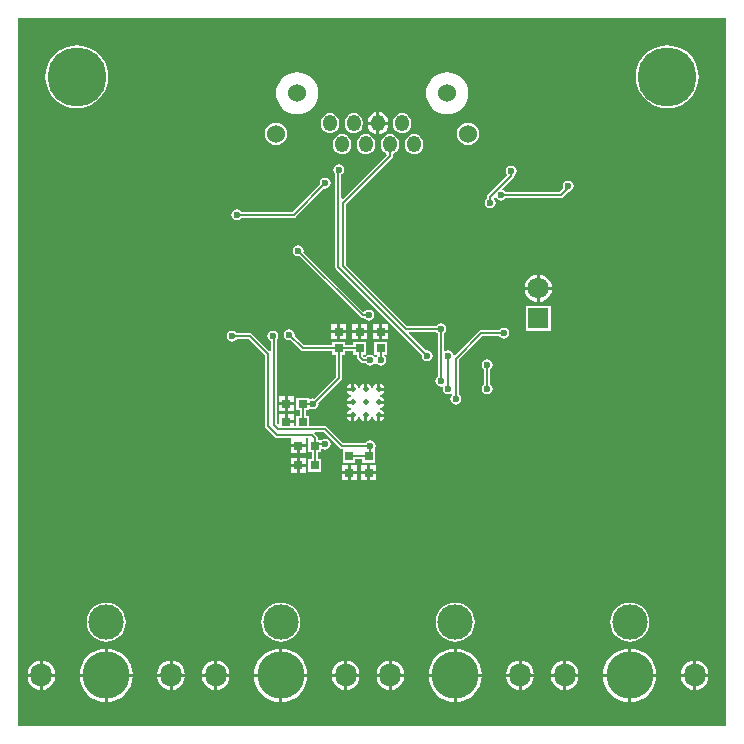
<source format=gbl>
%FSLAX24Y24*%
%MOIN*%
G70*
G01*
G75*
G04 Layer_Physical_Order=2*
G04 Layer_Color=16711680*
%ADD10C,0.0079*%
%ADD11R,0.0300X0.0300*%
%ADD12R,0.0300X0.0300*%
%ADD13R,0.0492X0.0768*%
%ADD14R,0.0276X0.0079*%
%ADD15R,0.1437X0.1437*%
%ADD16R,0.0079X0.0276*%
%ADD17R,0.0236X0.0394*%
%ADD18R,0.1378X0.0846*%
%ADD19R,0.0433X0.0846*%
%ADD20R,0.0433X0.0846*%
%ADD21R,0.0433X0.0236*%
%ADD22R,0.0500X0.0400*%
%ADD23O,0.0512X0.0138*%
%ADD24R,0.0400X0.0500*%
%ADD25R,0.0787X0.0472*%
%ADD26C,0.0118*%
%ADD27R,0.1400X0.0900*%
%ADD28R,0.1140X0.0550*%
%ADD29R,0.1400X0.1550*%
%ADD30C,0.1969*%
%ADD31C,0.1181*%
%ADD32C,0.1575*%
%ADD33O,0.0709X0.0787*%
%ADD34C,0.0600*%
%ADD35O,0.0472X0.0551*%
%ADD36R,0.0709X0.0709*%
%ADD37C,0.0709*%
%ADD38C,0.0236*%
%ADD39C,0.0197*%
G36*
X23622Y-0D02*
X-0D01*
Y23622D01*
X23622D01*
Y-0D01*
D02*
G37*
%LPC*%
G36*
X14533Y2587D02*
X14409Y2575D01*
X14242Y2524D01*
X14088Y2441D01*
X13953Y2331D01*
X13842Y2195D01*
X13760Y2041D01*
X13709Y1874D01*
X13697Y1750D01*
X14533D01*
Y2587D01*
D02*
G37*
G36*
X12468Y2191D02*
Y1750D01*
X12875D01*
X12861Y1858D01*
X12815Y1969D01*
X12742Y2063D01*
X12647Y2136D01*
X12537Y2182D01*
X12468Y2191D01*
D02*
G37*
G36*
X12368D02*
X12299Y2182D01*
X12189Y2136D01*
X12094Y2063D01*
X12021Y1969D01*
X11975Y1858D01*
X11961Y1750D01*
X12368D01*
Y2191D01*
D02*
G37*
G36*
X14633Y2587D02*
Y1750D01*
X15470D01*
X15458Y1874D01*
X15407Y2041D01*
X15325Y2195D01*
X15214Y2331D01*
X15079Y2441D01*
X14925Y2524D01*
X14757Y2575D01*
X14633Y2587D01*
D02*
G37*
G36*
X18185Y2191D02*
X18116Y2182D01*
X18006Y2136D01*
X17911Y2063D01*
X17838Y1969D01*
X17792Y1858D01*
X17778Y1750D01*
X18185D01*
Y2191D01*
D02*
G37*
G36*
X16799D02*
Y1750D01*
X17206D01*
X17191Y1858D01*
X17146Y1969D01*
X17073Y2063D01*
X16978Y2136D01*
X16867Y2182D01*
X16799Y2191D01*
D02*
G37*
G36*
X16699D02*
X16630Y2182D01*
X16520Y2136D01*
X16425Y2063D01*
X16352Y1969D01*
X16306Y1858D01*
X16292Y1750D01*
X16699D01*
Y2191D01*
D02*
G37*
G36*
X6651D02*
Y1750D01*
X7058D01*
X7044Y1858D01*
X6998Y1969D01*
X6925Y2063D01*
X6830Y2136D01*
X6720Y2182D01*
X6651Y2191D01*
D02*
G37*
G36*
X6551D02*
X6483Y2182D01*
X6372Y2136D01*
X6277Y2063D01*
X6204Y1969D01*
X6159Y1858D01*
X6144Y1750D01*
X6551D01*
Y2191D01*
D02*
G37*
G36*
X5165D02*
Y1750D01*
X5572D01*
X5558Y1858D01*
X5512Y1969D01*
X5439Y2063D01*
X5344Y2136D01*
X5234Y2182D01*
X5165Y2191D01*
D02*
G37*
G36*
X8717Y2587D02*
X8593Y2575D01*
X8425Y2524D01*
X8271Y2441D01*
X8136Y2331D01*
X8025Y2195D01*
X7943Y2041D01*
X7892Y1874D01*
X7880Y1750D01*
X8717D01*
Y2587D01*
D02*
G37*
G36*
X10982Y2191D02*
Y1750D01*
X11389D01*
X11375Y1858D01*
X11329Y1969D01*
X11256Y2063D01*
X11161Y2136D01*
X11051Y2182D01*
X10982Y2191D01*
D02*
G37*
G36*
X10882D02*
X10813Y2182D01*
X10703Y2136D01*
X10608Y2063D01*
X10535Y1969D01*
X10489Y1858D01*
X10475Y1750D01*
X10882D01*
Y2191D01*
D02*
G37*
G36*
X8817Y2587D02*
Y1750D01*
X9653D01*
X9641Y1874D01*
X9590Y2041D01*
X9508Y2195D01*
X9397Y2331D01*
X9262Y2441D01*
X9108Y2524D01*
X8941Y2575D01*
X8817Y2587D01*
D02*
G37*
G36*
X11000Y8400D02*
X10800D01*
Y8200D01*
X11000D01*
Y8400D01*
D02*
G37*
G36*
X20400Y4124D02*
X20273Y4112D01*
X20150Y4075D01*
X20037Y4014D01*
X19938Y3933D01*
X19857Y3834D01*
X19797Y3721D01*
X19760Y3599D01*
X19747Y3472D01*
X19760Y3344D01*
X19797Y3222D01*
X19857Y3109D01*
X19938Y3010D01*
X20037Y2929D01*
X20150Y2869D01*
X20273Y2831D01*
X20400Y2819D01*
X20527Y2831D01*
X20650Y2869D01*
X20763Y2929D01*
X20862Y3010D01*
X20943Y3109D01*
X21003Y3222D01*
X21040Y3344D01*
X21053Y3472D01*
X21040Y3599D01*
X21003Y3721D01*
X20943Y3834D01*
X20862Y3933D01*
X20763Y4014D01*
X20650Y4075D01*
X20527Y4112D01*
X20400Y4124D01*
D02*
G37*
G36*
X14583D02*
X14456Y4112D01*
X14334Y4075D01*
X14221Y4014D01*
X14122Y3933D01*
X14041Y3834D01*
X13980Y3721D01*
X13943Y3599D01*
X13931Y3472D01*
X13943Y3344D01*
X13980Y3222D01*
X14041Y3109D01*
X14122Y3010D01*
X14221Y2929D01*
X14334Y2869D01*
X14456Y2831D01*
X14583Y2819D01*
X14711Y2831D01*
X14833Y2869D01*
X14946Y2929D01*
X15045Y3010D01*
X15126Y3109D01*
X15186Y3222D01*
X15224Y3344D01*
X15236Y3472D01*
X15224Y3599D01*
X15186Y3721D01*
X15126Y3834D01*
X15045Y3933D01*
X14946Y4014D01*
X14833Y4075D01*
X14711Y4112D01*
X14583Y4124D01*
D02*
G37*
G36*
X11300Y8400D02*
X11100D01*
Y8200D01*
X11300D01*
Y8400D01*
D02*
G37*
G36*
X9300Y8650D02*
X9100D01*
Y8450D01*
X9300D01*
Y8650D01*
D02*
G37*
G36*
X11950Y8400D02*
X11750D01*
Y8200D01*
X11950D01*
Y8400D01*
D02*
G37*
G36*
X11650D02*
X11450D01*
Y8200D01*
X11650D01*
Y8400D01*
D02*
G37*
G36*
X20450Y2587D02*
Y1750D01*
X21287D01*
X21275Y1874D01*
X21224Y2041D01*
X21141Y2195D01*
X21031Y2331D01*
X20895Y2441D01*
X20741Y2524D01*
X20574Y2575D01*
X20450Y2587D01*
D02*
G37*
G36*
X20350D02*
X20226Y2575D01*
X20059Y2524D01*
X19905Y2441D01*
X19769Y2331D01*
X19659Y2195D01*
X19576Y2041D01*
X19525Y1874D01*
X19513Y1750D01*
X20350D01*
Y2587D01*
D02*
G37*
G36*
X18285Y2191D02*
Y1750D01*
X18691D01*
X18677Y1858D01*
X18632Y1969D01*
X18559Y2063D01*
X18464Y2136D01*
X18353Y2182D01*
X18285Y2191D01*
D02*
G37*
G36*
X22515D02*
X22447Y2182D01*
X22336Y2136D01*
X22241Y2063D01*
X22169Y1969D01*
X22123Y1858D01*
X22109Y1750D01*
X22515D01*
Y2191D01*
D02*
G37*
G36*
X8767Y4124D02*
X8639Y4112D01*
X8517Y4075D01*
X8404Y4014D01*
X8305Y3933D01*
X8224Y3834D01*
X8164Y3721D01*
X8126Y3599D01*
X8114Y3472D01*
X8126Y3344D01*
X8164Y3222D01*
X8224Y3109D01*
X8305Y3010D01*
X8404Y2929D01*
X8517Y2869D01*
X8639Y2831D01*
X8767Y2819D01*
X8894Y2831D01*
X9016Y2869D01*
X9129Y2929D01*
X9228Y3010D01*
X9309Y3109D01*
X9370Y3222D01*
X9407Y3344D01*
X9419Y3472D01*
X9407Y3599D01*
X9370Y3721D01*
X9309Y3834D01*
X9228Y3933D01*
X9129Y4014D01*
X9016Y4075D01*
X8894Y4112D01*
X8767Y4124D01*
D02*
G37*
G36*
X2950D02*
X2823Y4112D01*
X2700Y4075D01*
X2587Y4014D01*
X2488Y3933D01*
X2407Y3834D01*
X2347Y3721D01*
X2310Y3599D01*
X2297Y3472D01*
X2310Y3344D01*
X2347Y3222D01*
X2407Y3109D01*
X2488Y3010D01*
X2587Y2929D01*
X2700Y2869D01*
X2823Y2831D01*
X2950Y2819D01*
X3077Y2831D01*
X3200Y2869D01*
X3313Y2929D01*
X3412Y3010D01*
X3493Y3109D01*
X3553Y3222D01*
X3590Y3344D01*
X3603Y3472D01*
X3590Y3599D01*
X3553Y3721D01*
X3493Y3834D01*
X3412Y3933D01*
X3313Y4014D01*
X3200Y4075D01*
X3077Y4112D01*
X2950Y4124D01*
D02*
G37*
G36*
X22615Y2191D02*
Y1750D01*
X23022D01*
X23008Y1858D01*
X22962Y1969D01*
X22889Y2063D01*
X22794Y2136D01*
X22684Y2182D01*
X22615Y2191D01*
D02*
G37*
G36*
X5065D02*
X4997Y2182D01*
X4886Y2136D01*
X4791Y2063D01*
X4719Y1969D01*
X4673Y1858D01*
X4658Y1750D01*
X5065D01*
Y2191D01*
D02*
G37*
G36*
X1242Y1650D02*
X835D01*
Y1209D01*
X903Y1218D01*
X1014Y1264D01*
X1109Y1337D01*
X1182Y1432D01*
X1227Y1542D01*
X1242Y1650D01*
D02*
G37*
G36*
X735D02*
X328D01*
X342Y1542D01*
X388Y1432D01*
X461Y1337D01*
X556Y1264D01*
X666Y1218D01*
X735Y1209D01*
Y1650D01*
D02*
G37*
G36*
X21287D02*
X20450D01*
Y813D01*
X20574Y825D01*
X20741Y876D01*
X20895Y959D01*
X21031Y1069D01*
X21141Y1205D01*
X21224Y1359D01*
X21275Y1526D01*
X21287Y1650D01*
D02*
G37*
G36*
X5065D02*
X4658D01*
X4673Y1542D01*
X4719Y1432D01*
X4791Y1337D01*
X4886Y1264D01*
X4997Y1218D01*
X5065Y1209D01*
Y1650D01*
D02*
G37*
G36*
X7058D02*
X6651D01*
Y1209D01*
X6720Y1218D01*
X6830Y1264D01*
X6925Y1337D01*
X6998Y1432D01*
X7044Y1542D01*
X7058Y1650D01*
D02*
G37*
G36*
X6551D02*
X6144D01*
X6159Y1542D01*
X6204Y1432D01*
X6277Y1337D01*
X6372Y1264D01*
X6483Y1218D01*
X6551Y1209D01*
Y1650D01*
D02*
G37*
G36*
X5572D02*
X5165D01*
Y1209D01*
X5234Y1218D01*
X5344Y1264D01*
X5439Y1337D01*
X5512Y1432D01*
X5558Y1542D01*
X5572Y1650D01*
D02*
G37*
G36*
X8717D02*
X7880D01*
X7892Y1526D01*
X7943Y1359D01*
X8025Y1205D01*
X8136Y1069D01*
X8271Y959D01*
X8425Y876D01*
X8593Y825D01*
X8717Y813D01*
Y1650D01*
D02*
G37*
G36*
X3837D02*
X3000D01*
Y813D01*
X3124Y825D01*
X3291Y876D01*
X3445Y959D01*
X3581Y1069D01*
X3691Y1205D01*
X3774Y1359D01*
X3825Y1526D01*
X3837Y1650D01*
D02*
G37*
G36*
X2900D02*
X2063D01*
X2075Y1526D01*
X2126Y1359D01*
X2209Y1205D01*
X2319Y1069D01*
X2455Y959D01*
X2609Y876D01*
X2776Y825D01*
X2900Y813D01*
Y1650D01*
D02*
G37*
G36*
X9653D02*
X8817D01*
Y813D01*
X8941Y825D01*
X9108Y876D01*
X9262Y959D01*
X9397Y1069D01*
X9508Y1205D01*
X9590Y1359D01*
X9641Y1526D01*
X9653Y1650D01*
D02*
G37*
G36*
X20350D02*
X19513D01*
X19525Y1526D01*
X19576Y1359D01*
X19659Y1205D01*
X19769Y1069D01*
X19905Y959D01*
X20059Y876D01*
X20226Y825D01*
X20350Y813D01*
Y1650D01*
D02*
G37*
G36*
X15470D02*
X14633D01*
Y813D01*
X14757Y825D01*
X14925Y876D01*
X15079Y959D01*
X15214Y1069D01*
X15325Y1205D01*
X15407Y1359D01*
X15458Y1526D01*
X15470Y1650D01*
D02*
G37*
G36*
X14533D02*
X13697D01*
X13709Y1526D01*
X13760Y1359D01*
X13842Y1205D01*
X13953Y1069D01*
X14088Y959D01*
X14242Y876D01*
X14409Y825D01*
X14533Y813D01*
Y1650D01*
D02*
G37*
G36*
X23022D02*
X22615D01*
Y1209D01*
X22684Y1218D01*
X22794Y1264D01*
X22889Y1337D01*
X22962Y1432D01*
X23008Y1542D01*
X23022Y1650D01*
D02*
G37*
G36*
X22515D02*
X22109D01*
X22123Y1542D01*
X22169Y1432D01*
X22241Y1337D01*
X22336Y1264D01*
X22447Y1218D01*
X22515Y1209D01*
Y1650D01*
D02*
G37*
G36*
X18691D02*
X18285D01*
Y1209D01*
X18353Y1218D01*
X18464Y1264D01*
X18559Y1337D01*
X18632Y1432D01*
X18677Y1542D01*
X18691Y1650D01*
D02*
G37*
G36*
X735Y2191D02*
X666Y2182D01*
X556Y2136D01*
X461Y2063D01*
X388Y1969D01*
X342Y1858D01*
X328Y1750D01*
X735D01*
Y2191D01*
D02*
G37*
G36*
X3000Y2587D02*
Y1750D01*
X3837D01*
X3825Y1874D01*
X3774Y2041D01*
X3691Y2195D01*
X3581Y2331D01*
X3445Y2441D01*
X3291Y2524D01*
X3124Y2575D01*
X3000Y2587D01*
D02*
G37*
G36*
X2900D02*
X2776Y2575D01*
X2609Y2524D01*
X2455Y2441D01*
X2319Y2331D01*
X2209Y2195D01*
X2126Y2041D01*
X2075Y1874D01*
X2063Y1750D01*
X2900D01*
Y2587D01*
D02*
G37*
G36*
X835Y2191D02*
Y1750D01*
X1242D01*
X1227Y1858D01*
X1182Y1969D01*
X1109Y2063D01*
X1014Y2136D01*
X903Y2182D01*
X835Y2191D01*
D02*
G37*
G36*
X12368Y1650D02*
X11961D01*
X11975Y1542D01*
X12021Y1432D01*
X12094Y1337D01*
X12189Y1264D01*
X12299Y1218D01*
X12368Y1209D01*
Y1650D01*
D02*
G37*
G36*
X11389D02*
X10982D01*
Y1209D01*
X11051Y1218D01*
X11161Y1264D01*
X11256Y1337D01*
X11329Y1432D01*
X11375Y1542D01*
X11389Y1650D01*
D02*
G37*
G36*
X10882D02*
X10475D01*
X10489Y1542D01*
X10535Y1432D01*
X10608Y1337D01*
X10703Y1264D01*
X10813Y1218D01*
X10882Y1209D01*
Y1650D01*
D02*
G37*
G36*
X12875D02*
X12468D01*
Y1209D01*
X12537Y1218D01*
X12647Y1264D01*
X12742Y1337D01*
X12815Y1432D01*
X12861Y1542D01*
X12875Y1650D01*
D02*
G37*
G36*
X18185D02*
X17778D01*
X17792Y1542D01*
X17838Y1432D01*
X17911Y1337D01*
X18006Y1264D01*
X18116Y1218D01*
X18185Y1209D01*
Y1650D01*
D02*
G37*
G36*
X17206D02*
X16799D01*
Y1209D01*
X16867Y1218D01*
X16978Y1264D01*
X17073Y1337D01*
X17146Y1432D01*
X17191Y1542D01*
X17206Y1650D01*
D02*
G37*
G36*
X16699D02*
X16292D01*
X16306Y1542D01*
X16352Y1432D01*
X16425Y1337D01*
X16520Y1264D01*
X16630Y1218D01*
X16699Y1209D01*
Y1650D01*
D02*
G37*
G36*
X17400Y15052D02*
Y14650D01*
X17802D01*
X17793Y14719D01*
X17747Y14829D01*
X17674Y14924D01*
X17579Y14997D01*
X17469Y15043D01*
X17400Y15052D01*
D02*
G37*
G36*
X17300D02*
X17231Y15043D01*
X17121Y14997D01*
X17026Y14924D01*
X16953Y14829D01*
X16907Y14719D01*
X16898Y14650D01*
X17300D01*
Y15052D01*
D02*
G37*
G36*
X17802Y14550D02*
X17400D01*
Y14148D01*
X17469Y14157D01*
X17579Y14203D01*
X17674Y14276D01*
X17747Y14371D01*
X17793Y14481D01*
X17802Y14550D01*
D02*
G37*
G36*
X16450Y18681D02*
X16381Y18667D01*
X16322Y18628D01*
X16283Y18569D01*
X16269Y18500D01*
X16283Y18431D01*
X16322Y18372D01*
X16322Y18371D01*
X15679Y17727D01*
X15657Y17695D01*
X15650Y17656D01*
Y17596D01*
X15622Y17578D01*
X15583Y17519D01*
X15569Y17450D01*
X15583Y17381D01*
X15622Y17322D01*
X15681Y17283D01*
X15750Y17269D01*
X15819Y17283D01*
X15878Y17322D01*
X15917Y17381D01*
X15931Y17450D01*
X15917Y17519D01*
X15878Y17578D01*
X15872Y17582D01*
X15869Y17610D01*
X15908Y17642D01*
X15932Y17634D01*
X15933Y17631D01*
X15972Y17572D01*
X16031Y17533D01*
X16100Y17519D01*
X16169Y17533D01*
X16228Y17572D01*
X16246Y17600D01*
X18100D01*
X18138Y17607D01*
X18171Y17629D01*
X18364Y17822D01*
X18419Y17833D01*
X18478Y17872D01*
X18517Y17931D01*
X18531Y18000D01*
X18517Y18069D01*
X18478Y18128D01*
X18419Y18167D01*
X18350Y18181D01*
X18281Y18167D01*
X18222Y18128D01*
X18183Y18069D01*
X18169Y18000D01*
X18183Y17931D01*
X18185Y17927D01*
X18058Y17800D01*
X16246D01*
X16228Y17828D01*
X16169Y17867D01*
X16166Y17868D01*
X16151Y17915D01*
X16521Y18285D01*
X16536Y18307D01*
X16543Y18318D01*
X16550Y18354D01*
X16578Y18372D01*
X16617Y18431D01*
X16631Y18500D01*
X16617Y18569D01*
X16578Y18628D01*
X16519Y18667D01*
X16450Y18681D01*
D02*
G37*
G36*
X10811Y19737D02*
X10734Y19727D01*
X10662Y19697D01*
X10600Y19650D01*
X10553Y19588D01*
X10523Y19516D01*
X10513Y19439D01*
Y19361D01*
X10523Y19284D01*
X10553Y19212D01*
X10600Y19150D01*
X10662Y19103D01*
X10734Y19073D01*
X10811Y19063D01*
X10888Y19073D01*
X10960Y19103D01*
X11022Y19150D01*
X11069Y19212D01*
X11099Y19284D01*
X11109Y19361D01*
Y19439D01*
X11099Y19516D01*
X11069Y19588D01*
X11022Y19650D01*
X10960Y19697D01*
X10888Y19727D01*
X10811Y19737D01*
D02*
G37*
G36*
X10250Y18281D02*
X10181Y18267D01*
X10122Y18228D01*
X10083Y18169D01*
X10069Y18100D01*
X10076Y18068D01*
X9158Y17150D01*
X7446D01*
X7428Y17178D01*
X7369Y17217D01*
X7300Y17231D01*
X7231Y17217D01*
X7172Y17178D01*
X7133Y17119D01*
X7119Y17050D01*
X7133Y16981D01*
X7172Y16922D01*
X7231Y16883D01*
X7300Y16869D01*
X7369Y16883D01*
X7428Y16922D01*
X7446Y16950D01*
X9200D01*
X9238Y16957D01*
X9271Y16979D01*
X10218Y17926D01*
X10250Y17919D01*
X10319Y17933D01*
X10378Y17972D01*
X10417Y18031D01*
X10431Y18100D01*
X10417Y18169D01*
X10378Y18228D01*
X10319Y18267D01*
X10250Y18281D01*
D02*
G37*
G36*
X12409Y19737D02*
X12332Y19727D01*
X12261Y19697D01*
X12199Y19650D01*
X12152Y19588D01*
X12122Y19516D01*
X12112Y19439D01*
Y19361D01*
X12122Y19284D01*
X12152Y19212D01*
X12199Y19150D01*
X12261Y19103D01*
X12290Y19091D01*
X12300Y19042D01*
X10839Y17581D01*
X10792Y17600D01*
Y18399D01*
X10828Y18422D01*
X10867Y18481D01*
X10881Y18550D01*
X10867Y18619D01*
X10828Y18678D01*
X10769Y18717D01*
X10700Y18731D01*
X10631Y18717D01*
X10572Y18678D01*
X10533Y18619D01*
X10519Y18550D01*
X10533Y18481D01*
X10572Y18422D01*
X10592Y18409D01*
Y15308D01*
X10592Y15308D01*
X10592D01*
X10599Y15269D01*
X10621Y15237D01*
X13476Y12382D01*
X13469Y12350D01*
X13483Y12281D01*
X13522Y12222D01*
X13581Y12183D01*
X13650Y12169D01*
X13719Y12183D01*
X13778Y12222D01*
X13817Y12281D01*
X13831Y12350D01*
X13817Y12419D01*
X13778Y12478D01*
X13719Y12517D01*
X13650Y12531D01*
X13618Y12524D01*
X13038Y13103D01*
X13058Y13150D01*
X13954D01*
X13972Y13122D01*
X14000Y13104D01*
Y11646D01*
X13972Y11628D01*
X13933Y11569D01*
X13919Y11500D01*
X13933Y11431D01*
X13972Y11372D01*
X14031Y11333D01*
X14100Y11319D01*
X14142Y11328D01*
X14178Y11292D01*
X14169Y11250D01*
X14183Y11181D01*
X14222Y11122D01*
X14281Y11083D01*
X14350Y11069D01*
X14419Y11083D01*
X14456Y11107D01*
X14488Y11090D01*
X14491Y11040D01*
X14472Y11028D01*
X14433Y10969D01*
X14419Y10900D01*
X14433Y10831D01*
X14472Y10772D01*
X14531Y10733D01*
X14600Y10719D01*
X14669Y10733D01*
X14728Y10772D01*
X14767Y10831D01*
X14781Y10900D01*
X14767Y10969D01*
X14728Y11028D01*
X14700Y11046D01*
Y12208D01*
X15492Y13000D01*
X16054D01*
X16072Y12972D01*
X16131Y12933D01*
X16200Y12919D01*
X16269Y12933D01*
X16328Y12972D01*
X16367Y13031D01*
X16381Y13100D01*
X16367Y13169D01*
X16328Y13228D01*
X16269Y13267D01*
X16200Y13281D01*
X16131Y13267D01*
X16072Y13228D01*
X16054Y13200D01*
X15450D01*
X15412Y13193D01*
X15379Y13171D01*
X14573Y12365D01*
X14525Y12379D01*
X14517Y12419D01*
X14478Y12478D01*
X14419Y12517D01*
X14350Y12531D01*
X14281Y12517D01*
X14244Y12493D01*
X14200Y12516D01*
Y13104D01*
X14228Y13122D01*
X14267Y13181D01*
X14281Y13250D01*
X14267Y13319D01*
X14228Y13378D01*
X14169Y13417D01*
X14100Y13431D01*
X14031Y13417D01*
X13972Y13378D01*
X13954Y13350D01*
X12992D01*
X10950Y15392D01*
Y17408D01*
X12480Y18938D01*
X12502Y18971D01*
X12510Y19009D01*
X12510Y19009D01*
X12510Y19009D01*
Y19009D01*
Y19083D01*
X12558Y19103D01*
X12620Y19150D01*
X12667Y19212D01*
X12697Y19284D01*
X12707Y19361D01*
Y19439D01*
X12697Y19516D01*
X12667Y19588D01*
X12620Y19650D01*
X12558Y19697D01*
X12487Y19727D01*
X12409Y19737D01*
D02*
G37*
G36*
X11650Y13400D02*
X11450D01*
Y13200D01*
X11650D01*
Y13400D01*
D02*
G37*
G36*
X11350D02*
X11150D01*
Y13200D01*
X11350D01*
Y13400D01*
D02*
G37*
G36*
X10950D02*
X10750D01*
Y13200D01*
X10950D01*
Y13400D01*
D02*
G37*
G36*
X12050D02*
X11850D01*
Y13200D01*
X12050D01*
Y13400D01*
D02*
G37*
G36*
X17300Y14550D02*
X16898D01*
X16907Y14481D01*
X16953Y14371D01*
X17026Y14276D01*
X17121Y14203D01*
X17231Y14157D01*
X17300Y14148D01*
Y14550D01*
D02*
G37*
G36*
X9350Y16031D02*
X9281Y16017D01*
X9222Y15978D01*
X9183Y15919D01*
X9169Y15850D01*
X9183Y15781D01*
X9222Y15722D01*
X9281Y15683D01*
X9350Y15669D01*
X9382Y15676D01*
X11429Y13629D01*
X11462Y13607D01*
X11468Y13606D01*
X11500Y13600D01*
X11554D01*
X11572Y13572D01*
X11631Y13533D01*
X11700Y13519D01*
X11769Y13533D01*
X11828Y13572D01*
X11867Y13631D01*
X11881Y13700D01*
X11867Y13769D01*
X11828Y13828D01*
X11769Y13867D01*
X11700Y13881D01*
X11631Y13867D01*
X11572Y13828D01*
X11571Y13826D01*
X11521Y13821D01*
X9524Y15818D01*
X9531Y15850D01*
X9517Y15919D01*
X9478Y15978D01*
X9419Y16017D01*
X9350Y16031D01*
D02*
G37*
G36*
X12350Y13400D02*
X12150D01*
Y13200D01*
X12350D01*
Y13400D01*
D02*
G37*
G36*
X11606Y19737D02*
X11529Y19727D01*
X11457Y19697D01*
X11396Y19650D01*
X11348Y19588D01*
X11319Y19516D01*
X11308Y19439D01*
Y19361D01*
X11319Y19284D01*
X11348Y19212D01*
X11396Y19150D01*
X11457Y19103D01*
X11529Y19073D01*
X11606Y19063D01*
X11683Y19073D01*
X11755Y19103D01*
X11817Y19150D01*
X11864Y19212D01*
X11894Y19284D01*
X11904Y19361D01*
Y19439D01*
X11894Y19516D01*
X11864Y19588D01*
X11817Y19650D01*
X11755Y19697D01*
X11683Y19727D01*
X11606Y19737D01*
D02*
G37*
G36*
X12058Y20472D02*
Y20150D01*
X12346D01*
X12335Y20227D01*
X12302Y20309D01*
X12248Y20379D01*
X12177Y20433D01*
X12096Y20467D01*
X12058Y20472D01*
D02*
G37*
G36*
X11958D02*
X11920Y20467D01*
X11838Y20433D01*
X11768Y20379D01*
X11714Y20309D01*
X11680Y20227D01*
X11670Y20150D01*
X11958D01*
Y20472D01*
D02*
G37*
G36*
X12811Y20438D02*
X12734Y20428D01*
X12662Y20398D01*
X12600Y20351D01*
X12553Y20289D01*
X12523Y20217D01*
X12513Y20140D01*
Y20061D01*
X12523Y19984D01*
X12553Y19913D01*
X12600Y19851D01*
X12662Y19804D01*
X12734Y19774D01*
X12811Y19764D01*
X12888Y19774D01*
X12960Y19804D01*
X13022Y19851D01*
X13069Y19913D01*
X13099Y19984D01*
X13109Y20061D01*
Y20140D01*
X13099Y20217D01*
X13069Y20289D01*
X13022Y20351D01*
X12960Y20398D01*
X12888Y20428D01*
X12811Y20438D01*
D02*
G37*
G36*
X9311Y21803D02*
X9174Y21789D01*
X9042Y21750D01*
X8921Y21685D01*
X8814Y21597D01*
X8727Y21491D01*
X8662Y21370D01*
X8622Y21238D01*
X8609Y21101D01*
X8622Y20964D01*
X8662Y20832D01*
X8727Y20711D01*
X8814Y20604D01*
X8921Y20517D01*
X9042Y20452D01*
X9174Y20412D01*
X9311Y20399D01*
X9448Y20412D01*
X9580Y20452D01*
X9701Y20517D01*
X9808Y20604D01*
X9895Y20711D01*
X9960Y20832D01*
X10000Y20964D01*
X10013Y21101D01*
X10000Y21238D01*
X9960Y21370D01*
X9895Y21491D01*
X9808Y21597D01*
X9701Y21685D01*
X9580Y21750D01*
X9448Y21789D01*
X9311Y21803D01*
D02*
G37*
G36*
X21654Y22700D02*
X21490Y22687D01*
X21330Y22649D01*
X21178Y22586D01*
X21038Y22500D01*
X20914Y22394D01*
X20807Y22269D01*
X20721Y22129D01*
X20658Y21977D01*
X20620Y21817D01*
X20607Y21654D01*
X20620Y21490D01*
X20658Y21330D01*
X20721Y21178D01*
X20807Y21038D01*
X20914Y20914D01*
X21038Y20807D01*
X21178Y20721D01*
X21330Y20658D01*
X21490Y20620D01*
X21654Y20607D01*
X21817Y20620D01*
X21977Y20658D01*
X22129Y20721D01*
X22269Y20807D01*
X22394Y20914D01*
X22500Y21038D01*
X22586Y21178D01*
X22649Y21330D01*
X22687Y21490D01*
X22700Y21654D01*
X22687Y21817D01*
X22649Y21977D01*
X22586Y22129D01*
X22500Y22269D01*
X22394Y22394D01*
X22269Y22500D01*
X22129Y22586D01*
X21977Y22649D01*
X21817Y22687D01*
X21654Y22700D01*
D02*
G37*
G36*
X1969D02*
X1805Y22687D01*
X1645Y22649D01*
X1493Y22586D01*
X1353Y22500D01*
X1228Y22394D01*
X1122Y22269D01*
X1036Y22129D01*
X973Y21977D01*
X935Y21817D01*
X922Y21654D01*
X935Y21490D01*
X973Y21330D01*
X1036Y21178D01*
X1122Y21038D01*
X1228Y20914D01*
X1353Y20807D01*
X1493Y20721D01*
X1645Y20658D01*
X1805Y20620D01*
X1969Y20607D01*
X2132Y20620D01*
X2292Y20658D01*
X2444Y20721D01*
X2584Y20807D01*
X2709Y20914D01*
X2815Y21038D01*
X2901Y21178D01*
X2964Y21330D01*
X3002Y21490D01*
X3015Y21654D01*
X3002Y21817D01*
X2964Y21977D01*
X2901Y22129D01*
X2815Y22269D01*
X2709Y22394D01*
X2584Y22500D01*
X2444Y22586D01*
X2292Y22649D01*
X2132Y22687D01*
X1969Y22700D01*
D02*
G37*
G36*
X14311Y21803D02*
X14174Y21789D01*
X14042Y21750D01*
X13921Y21685D01*
X13814Y21597D01*
X13727Y21491D01*
X13662Y21370D01*
X13622Y21238D01*
X13609Y21101D01*
X13622Y20964D01*
X13662Y20832D01*
X13727Y20711D01*
X13814Y20604D01*
X13921Y20517D01*
X14042Y20452D01*
X14174Y20412D01*
X14311Y20399D01*
X14448Y20412D01*
X14580Y20452D01*
X14701Y20517D01*
X14808Y20604D01*
X14895Y20711D01*
X14960Y20832D01*
X15000Y20964D01*
X15013Y21101D01*
X15000Y21238D01*
X14960Y21370D01*
X14895Y21491D01*
X14808Y21597D01*
X14701Y21685D01*
X14580Y21750D01*
X14448Y21789D01*
X14311Y21803D01*
D02*
G37*
G36*
X15012Y20122D02*
X14916Y20109D01*
X14826Y20072D01*
X14749Y20013D01*
X14690Y19936D01*
X14653Y19846D01*
X14641Y19750D01*
X14653Y19654D01*
X14690Y19565D01*
X14749Y19488D01*
X14826Y19429D01*
X14916Y19392D01*
X15012Y19379D01*
X15108Y19392D01*
X15197Y19429D01*
X15274Y19488D01*
X15333Y19565D01*
X15370Y19654D01*
X15383Y19750D01*
X15370Y19846D01*
X15333Y19936D01*
X15274Y20013D01*
X15197Y20072D01*
X15108Y20109D01*
X15012Y20122D01*
D02*
G37*
G36*
X8610D02*
X8514Y20109D01*
X8425Y20072D01*
X8348Y20013D01*
X8289Y19936D01*
X8252Y19846D01*
X8239Y19750D01*
X8252Y19654D01*
X8289Y19565D01*
X8348Y19488D01*
X8425Y19429D01*
X8514Y19392D01*
X8610Y19379D01*
X8706Y19392D01*
X8796Y19429D01*
X8873Y19488D01*
X8932Y19565D01*
X8969Y19654D01*
X8982Y19750D01*
X8969Y19846D01*
X8932Y19936D01*
X8873Y20013D01*
X8796Y20072D01*
X8706Y20109D01*
X8610Y20122D01*
D02*
G37*
G36*
X13213Y19737D02*
X13136Y19727D01*
X13064Y19697D01*
X13002Y19650D01*
X12955Y19588D01*
X12925Y19516D01*
X12915Y19439D01*
Y19361D01*
X12925Y19284D01*
X12955Y19212D01*
X13002Y19150D01*
X13064Y19103D01*
X13136Y19073D01*
X13213Y19063D01*
X13290Y19073D01*
X13362Y19103D01*
X13423Y19150D01*
X13471Y19212D01*
X13500Y19284D01*
X13510Y19361D01*
Y19439D01*
X13500Y19516D01*
X13471Y19588D01*
X13423Y19650D01*
X13362Y19697D01*
X13290Y19727D01*
X13213Y19737D01*
D02*
G37*
G36*
X11958Y20050D02*
X11670D01*
X11680Y19973D01*
X11714Y19891D01*
X11768Y19821D01*
X11838Y19767D01*
X11920Y19733D01*
X11958Y19728D01*
Y20050D01*
D02*
G37*
G36*
X11205Y20438D02*
X11128Y20428D01*
X11056Y20398D01*
X10994Y20351D01*
X10947Y20289D01*
X10917Y20217D01*
X10907Y20140D01*
Y20061D01*
X10917Y19984D01*
X10947Y19913D01*
X10994Y19851D01*
X11056Y19804D01*
X11128Y19774D01*
X11205Y19764D01*
X11282Y19774D01*
X11354Y19804D01*
X11415Y19851D01*
X11463Y19913D01*
X11492Y19984D01*
X11503Y20061D01*
Y20140D01*
X11492Y20217D01*
X11463Y20289D01*
X11415Y20351D01*
X11354Y20398D01*
X11282Y20428D01*
X11205Y20438D01*
D02*
G37*
G36*
X10409Y20437D02*
X10332Y20427D01*
X10261Y20397D01*
X10199Y20350D01*
X10152Y20288D01*
X10122Y20216D01*
X10112Y20139D01*
Y20061D01*
X10122Y19984D01*
X10152Y19912D01*
X10199Y19850D01*
X10261Y19803D01*
X10332Y19773D01*
X10409Y19763D01*
X10487Y19773D01*
X10558Y19803D01*
X10620Y19850D01*
X10667Y19912D01*
X10697Y19984D01*
X10707Y20061D01*
Y20139D01*
X10697Y20216D01*
X10667Y20288D01*
X10620Y20350D01*
X10558Y20397D01*
X10487Y20427D01*
X10409Y20437D01*
D02*
G37*
G36*
X12346Y20050D02*
X12058D01*
Y19728D01*
X12096Y19733D01*
X12177Y19767D01*
X12248Y19821D01*
X12302Y19891D01*
X12335Y19973D01*
X12346Y20050D01*
D02*
G37*
G36*
X11117Y10317D02*
X10975D01*
X10980Y10290D01*
X11024Y10224D01*
X11090Y10180D01*
X11117Y10175D01*
Y10317D01*
D02*
G37*
G36*
X9600Y9300D02*
X9400D01*
Y9100D01*
X9600D01*
Y9300D01*
D02*
G37*
G36*
X9300D02*
X9100D01*
Y9100D01*
X9300D01*
Y9300D01*
D02*
G37*
G36*
X12225Y10317D02*
X12083D01*
Y10175D01*
X12110Y10180D01*
X12176Y10224D01*
X12220Y10290D01*
X12225Y10317D01*
D02*
G37*
G36*
X9200Y10700D02*
X9000D01*
Y10500D01*
X9200D01*
Y10700D01*
D02*
G37*
G36*
X8900D02*
X8700D01*
Y10500D01*
X8900D01*
Y10700D01*
D02*
G37*
G36*
X9200Y10400D02*
X9000D01*
Y10200D01*
X9200D01*
Y10400D01*
D02*
G37*
G36*
X11300Y8700D02*
X11100D01*
Y8500D01*
X11300D01*
Y8700D01*
D02*
G37*
G36*
X11000D02*
X10800D01*
Y8500D01*
X11000D01*
Y8700D01*
D02*
G37*
G36*
X9600Y8650D02*
X9400D01*
Y8450D01*
X9600D01*
Y8650D01*
D02*
G37*
G36*
X11650Y8700D02*
X11450D01*
Y8500D01*
X11650D01*
Y8700D01*
D02*
G37*
G36*
X9600Y8950D02*
X9400D01*
Y8750D01*
X9600D01*
Y8950D01*
D02*
G37*
G36*
X9300D02*
X9100D01*
Y8750D01*
X9300D01*
Y8950D01*
D02*
G37*
G36*
X11950Y8700D02*
X11750D01*
Y8500D01*
X11950D01*
Y8700D01*
D02*
G37*
G36*
X8900Y11000D02*
X8700D01*
Y10800D01*
X8900D01*
Y11000D01*
D02*
G37*
G36*
X11650Y13100D02*
X11450D01*
Y12900D01*
X11650D01*
Y13100D01*
D02*
G37*
G36*
X11350D02*
X11150D01*
Y12900D01*
X11350D01*
Y13100D01*
D02*
G37*
G36*
X10950D02*
X10750D01*
Y12900D01*
X10950D01*
Y13100D01*
D02*
G37*
G36*
X12050D02*
X11850D01*
Y12900D01*
X12050D01*
Y13100D01*
D02*
G37*
G36*
X10650Y13400D02*
X10450D01*
Y13200D01*
X10650D01*
Y13400D01*
D02*
G37*
G36*
X17763Y14013D02*
X16937D01*
Y13187D01*
X17763D01*
Y14013D01*
D02*
G37*
G36*
X12350Y13100D02*
X12150D01*
Y12900D01*
X12350D01*
Y13100D01*
D02*
G37*
G36*
X15650Y12231D02*
X15581Y12217D01*
X15522Y12178D01*
X15483Y12119D01*
X15469Y12050D01*
X15483Y11981D01*
X15522Y11922D01*
X15550Y11904D01*
Y11396D01*
X15522Y11378D01*
X15483Y11319D01*
X15469Y11250D01*
X15483Y11181D01*
X15522Y11122D01*
X15581Y11083D01*
X15650Y11069D01*
X15719Y11083D01*
X15778Y11122D01*
X15817Y11181D01*
X15831Y11250D01*
X15817Y11319D01*
X15778Y11378D01*
X15750Y11396D01*
Y11904D01*
X15778Y11922D01*
X15817Y11981D01*
X15831Y12050D01*
X15817Y12119D01*
X15778Y12178D01*
X15719Y12217D01*
X15650Y12231D01*
D02*
G37*
G36*
X9050Y13231D02*
X8981Y13217D01*
X8922Y13178D01*
X8883Y13119D01*
X8869Y13050D01*
X8883Y12981D01*
X8922Y12922D01*
X8981Y12883D01*
X9050Y12869D01*
X9082Y12876D01*
X9429Y12529D01*
X9462Y12507D01*
X9500Y12500D01*
X10491D01*
Y12391D01*
X10600D01*
Y11642D01*
X9882Y10924D01*
X9850Y10931D01*
X9781Y10917D01*
X9753Y10898D01*
X9709Y10922D01*
Y10959D01*
X9291D01*
Y10541D01*
X9400D01*
Y10359D01*
X9291D01*
Y10000D01*
X9200D01*
Y10100D01*
X8950D01*
Y10150D01*
X8900D01*
Y10400D01*
X8700D01*
Y10095D01*
X8680Y10087D01*
X8638Y10114D01*
Y12888D01*
X8667Y12931D01*
X8681Y13000D01*
X8667Y13069D01*
X8628Y13128D01*
X8569Y13167D01*
X8500Y13181D01*
X8431Y13167D01*
X8372Y13128D01*
X8333Y13069D01*
X8319Y13000D01*
X8333Y12931D01*
X8372Y12872D01*
X8431Y12833D01*
X8437Y12832D01*
Y12520D01*
X8391Y12501D01*
X7821Y13071D01*
X7788Y13093D01*
X7750Y13100D01*
X7296D01*
X7278Y13128D01*
X7219Y13167D01*
X7150Y13181D01*
X7081Y13167D01*
X7022Y13128D01*
X6983Y13069D01*
X6969Y13000D01*
X6983Y12931D01*
X7022Y12872D01*
X7081Y12833D01*
X7150Y12819D01*
X7219Y12833D01*
X7278Y12872D01*
X7296Y12900D01*
X7708D01*
X8250Y12358D01*
Y10000D01*
X8250Y10000D01*
X8250D01*
X8257Y9962D01*
X8279Y9929D01*
X8579Y9629D01*
X8612Y9607D01*
X8650Y9600D01*
X9100D01*
Y9400D01*
X9600D01*
Y9600D01*
X9691D01*
Y9559D01*
X9691D01*
Y9141D01*
X9800D01*
Y8909D01*
X9691D01*
Y8491D01*
X10109D01*
Y8909D01*
X10000D01*
Y9141D01*
X10109D01*
Y9228D01*
X10153Y9252D01*
X10181Y9233D01*
X10250Y9219D01*
X10319Y9233D01*
X10378Y9272D01*
X10417Y9331D01*
X10431Y9400D01*
X10417Y9469D01*
X10378Y9528D01*
X10319Y9567D01*
X10250Y9581D01*
X10181Y9567D01*
X10169Y9559D01*
X10109Y9559D01*
Y9559D01*
X10000D01*
Y9600D01*
X9993Y9638D01*
X9985Y9649D01*
X9971Y9671D01*
X9888Y9753D01*
X9908Y9800D01*
X10208D01*
X10729Y9279D01*
X10751Y9265D01*
X10762Y9257D01*
X10800Y9250D01*
X10841D01*
Y9209D01*
X10841D01*
Y8791D01*
X11259D01*
Y8900D01*
X11491D01*
Y8791D01*
X11909D01*
Y9209D01*
X11909D01*
X11909Y9269D01*
X11917Y9281D01*
X11931Y9350D01*
X11917Y9419D01*
X11878Y9478D01*
X11819Y9517D01*
X11750Y9531D01*
X11681Y9517D01*
X11622Y9478D01*
X11604Y9450D01*
X10842D01*
X10321Y9971D01*
X10288Y9993D01*
X10250Y10000D01*
X9709D01*
Y10359D01*
X9600D01*
Y10541D01*
X9709D01*
Y10578D01*
X9753Y10602D01*
X9781Y10583D01*
X9850Y10569D01*
X9919Y10583D01*
X9978Y10622D01*
X10017Y10681D01*
X10031Y10750D01*
X10024Y10782D01*
X10771Y11529D01*
X10793Y11562D01*
X10800Y11600D01*
Y12391D01*
X10909D01*
Y12500D01*
X11191D01*
Y12391D01*
X11300D01*
Y12300D01*
X11300Y12300D01*
X11300D01*
X11307Y12262D01*
X11329Y12229D01*
X11429Y12129D01*
X11451Y12114D01*
X11462Y12107D01*
X11500Y12100D01*
X11604D01*
X11622Y12072D01*
X11681Y12033D01*
X11750Y12019D01*
X11819Y12033D01*
X11878Y12072D01*
X11900Y12106D01*
X11950D01*
X11972Y12072D01*
X12031Y12033D01*
X12100Y12019D01*
X12169Y12033D01*
X12228Y12072D01*
X12267Y12131D01*
X12281Y12200D01*
X12267Y12269D01*
X12228Y12328D01*
X12205Y12343D01*
X12219Y12391D01*
X12309D01*
Y12809D01*
X11891D01*
Y12391D01*
X11981D01*
X11995Y12343D01*
X11972Y12328D01*
X11950Y12294D01*
X11900D01*
X11878Y12328D01*
X11819Y12367D01*
X11750Y12381D01*
X11681Y12367D01*
X11622Y12328D01*
X11604Y12300D01*
X11542D01*
X11500Y12342D01*
Y12391D01*
X11609D01*
Y12809D01*
X11191D01*
Y12700D01*
X10909D01*
Y12809D01*
X10491D01*
Y12700D01*
X9542D01*
X9224Y13018D01*
X9231Y13050D01*
X9217Y13119D01*
X9178Y13178D01*
X9119Y13217D01*
X9050Y13231D01*
D02*
G37*
G36*
X9200Y11000D02*
X9000D01*
Y10800D01*
X9200D01*
Y11000D01*
D02*
G37*
G36*
X11117Y11425D02*
X11090Y11420D01*
X11024Y11376D01*
X10980Y11310D01*
X10975Y11283D01*
X11117D01*
Y11425D01*
D02*
G37*
G36*
X10650Y13100D02*
X10450D01*
Y12900D01*
X10650D01*
Y13100D01*
D02*
G37*
G36*
X11983Y11425D02*
X11956Y11420D01*
X11890Y11376D01*
X11846Y11310D01*
X11842Y11287D01*
X11792D01*
X11787Y11310D01*
X11743Y11376D01*
X11677Y11420D01*
X11650Y11425D01*
Y11233D01*
X11550D01*
Y11425D01*
X11523Y11420D01*
X11457Y11376D01*
X11413Y11310D01*
X11408Y11287D01*
X11358D01*
X11354Y11310D01*
X11310Y11376D01*
X11244Y11420D01*
X11217Y11425D01*
Y11233D01*
X11167D01*
Y11183D01*
X10975D01*
X10980Y11156D01*
X11024Y11090D01*
X11090Y11046D01*
X11113Y11042D01*
Y10992D01*
X11090Y10987D01*
X11024Y10943D01*
X10980Y10877D01*
X10975Y10850D01*
X11167D01*
Y10750D01*
X10975D01*
X10980Y10723D01*
X11024Y10657D01*
X11090Y10613D01*
X11113Y10608D01*
Y10558D01*
X11090Y10554D01*
X11024Y10510D01*
X10980Y10444D01*
X10975Y10417D01*
X11167D01*
Y10367D01*
X11217D01*
Y10175D01*
X11244Y10180D01*
X11310Y10224D01*
X11354Y10290D01*
X11358Y10313D01*
X11408D01*
X11413Y10290D01*
X11457Y10224D01*
X11523Y10180D01*
X11550Y10175D01*
Y10367D01*
X11650D01*
Y10175D01*
X11677Y10180D01*
X11743Y10224D01*
X11787Y10290D01*
X11792Y10313D01*
X11842D01*
X11846Y10290D01*
X11890Y10224D01*
X11956Y10180D01*
X11983Y10175D01*
Y10367D01*
X12033D01*
Y10417D01*
X12225D01*
X12220Y10444D01*
X12176Y10510D01*
X12110Y10554D01*
X12087Y10558D01*
Y10608D01*
X12110Y10613D01*
X12176Y10657D01*
X12220Y10723D01*
X12225Y10750D01*
X12033D01*
Y10850D01*
X12225D01*
X12220Y10877D01*
X12176Y10943D01*
X12110Y10987D01*
X12087Y10992D01*
Y11042D01*
X12110Y11046D01*
X12176Y11090D01*
X12220Y11156D01*
X12225Y11183D01*
X12033D01*
Y11233D01*
X11983D01*
Y11425D01*
D02*
G37*
G36*
X12083D02*
Y11283D01*
X12225D01*
X12220Y11310D01*
X12176Y11376D01*
X12110Y11420D01*
X12083Y11425D01*
D02*
G37*
%LPD*%
D10*
X10850Y15350D02*
Y17450D01*
X12409Y19009D02*
Y19400D01*
X10850Y17450D02*
X12409Y19009D01*
X10692Y18542D02*
X10700Y18550D01*
X10692Y15308D02*
Y18542D01*
X9200Y17050D02*
X10250Y18100D01*
X9900Y9350D02*
X9950Y9400D01*
X10250D01*
X11500Y13700D02*
X11700D01*
X9350Y15850D02*
X11500Y13700D01*
X14100Y11500D02*
Y13250D01*
X12950D02*
X14100D01*
X10850Y15350D02*
X12950Y13250D01*
X15450Y13100D02*
X16200D01*
X14600Y12250D02*
X15450Y13100D01*
X14600Y10900D02*
Y12250D01*
X15650Y11250D02*
Y12050D01*
X15750Y17656D02*
X16450Y18356D01*
Y18500D01*
X15750Y17450D02*
Y17656D01*
X18100Y17700D02*
X18400Y18000D01*
X18350D02*
X18400D01*
X16100Y17700D02*
X18100D01*
X8950Y11150D02*
X9000Y11200D01*
X8950Y10750D02*
Y11150D01*
Y10150D02*
Y10750D01*
X9050Y13050D02*
X9500Y12600D01*
X10700D01*
X8350Y10000D02*
Y12400D01*
X7750Y13000D02*
X8350Y12400D01*
X7150Y13000D02*
X7750D01*
X8350Y10000D02*
X8650Y9700D01*
X8538Y10050D02*
Y12962D01*
X8500Y13000D02*
X8538Y12962D01*
Y10050D02*
X8688Y9900D01*
X10250D01*
X10800Y9350D01*
X11750D01*
X9900D02*
Y9600D01*
X9800Y9700D02*
X9900Y9600D01*
X8650Y9700D02*
X9800D01*
X11050Y9000D02*
X11700D01*
X9850Y10750D02*
X10700Y11600D01*
Y12600D01*
X7300Y17050D02*
X9200D01*
X10692Y15308D02*
X13650Y12350D01*
X14350Y11250D02*
Y12350D01*
X10700Y12600D02*
X11400D01*
Y12300D02*
Y12600D01*
Y12300D02*
X11500Y12200D01*
X11750D01*
X12100D02*
Y12600D01*
X9900Y8700D02*
Y9350D01*
X9500Y10150D02*
Y10750D01*
X9850D01*
X11700Y9000D02*
X11750Y9050D01*
Y9350D01*
D11*
X12100Y13150D02*
D03*
Y12600D02*
D03*
X11050Y8450D02*
D03*
Y9000D02*
D03*
X11700Y8450D02*
D03*
Y9000D02*
D03*
X11400Y13150D02*
D03*
Y12600D02*
D03*
X10700Y13150D02*
D03*
Y12600D02*
D03*
D12*
X9350Y8700D02*
D03*
X9900D02*
D03*
X9350Y9350D02*
D03*
X9900D02*
D03*
X8950Y10750D02*
D03*
X9500D02*
D03*
X8950Y10150D02*
D03*
X9500D02*
D03*
D30*
X21654Y21654D02*
D03*
X1969D02*
D03*
D31*
X20400Y3472D02*
D03*
X14583D02*
D03*
X8767D02*
D03*
X2950D02*
D03*
D32*
X20400Y1700D02*
D03*
X14583D02*
D03*
X8767D02*
D03*
X2950D02*
D03*
D33*
X22565D02*
D03*
X18235D02*
D03*
X16749D02*
D03*
X12418D02*
D03*
X10932D02*
D03*
X6601D02*
D03*
X5115D02*
D03*
X785D02*
D03*
D34*
X8610Y19750D02*
D03*
X15012D02*
D03*
X9311Y21101D02*
D03*
X14311D02*
D03*
D35*
X10409Y20100D02*
D03*
X11205Y20101D02*
D03*
X12008Y20100D02*
D03*
X10811Y19400D02*
D03*
X11606D02*
D03*
X12409D02*
D03*
X12811Y20101D02*
D03*
X13213Y19400D02*
D03*
D36*
X17350Y13600D02*
D03*
D37*
Y14600D02*
D03*
D38*
X10700Y18550D02*
D03*
X11700Y13700D02*
D03*
X9350Y15850D02*
D03*
X14100Y13250D02*
D03*
X15650Y11250D02*
D03*
Y12050D02*
D03*
X16450Y18500D02*
D03*
X15750Y17450D02*
D03*
X18350Y18000D02*
D03*
X16100Y17700D02*
D03*
X7150Y13000D02*
D03*
X9050Y13050D02*
D03*
X8500Y13000D02*
D03*
X10250Y9400D02*
D03*
Y18100D02*
D03*
X7300Y17050D02*
D03*
X13650Y12350D02*
D03*
X14350D02*
D03*
X16200Y13100D02*
D03*
X14600Y10900D02*
D03*
X14350Y11250D02*
D03*
X14100Y11500D02*
D03*
X11750Y12200D02*
D03*
X12100D02*
D03*
X9850Y10750D02*
D03*
X11750Y9350D02*
D03*
D39*
X11167Y10367D02*
D03*
Y10800D02*
D03*
Y11233D02*
D03*
X11600Y10367D02*
D03*
Y10800D02*
D03*
Y11233D02*
D03*
X12033Y10367D02*
D03*
Y10800D02*
D03*
Y11233D02*
D03*
M02*

</source>
